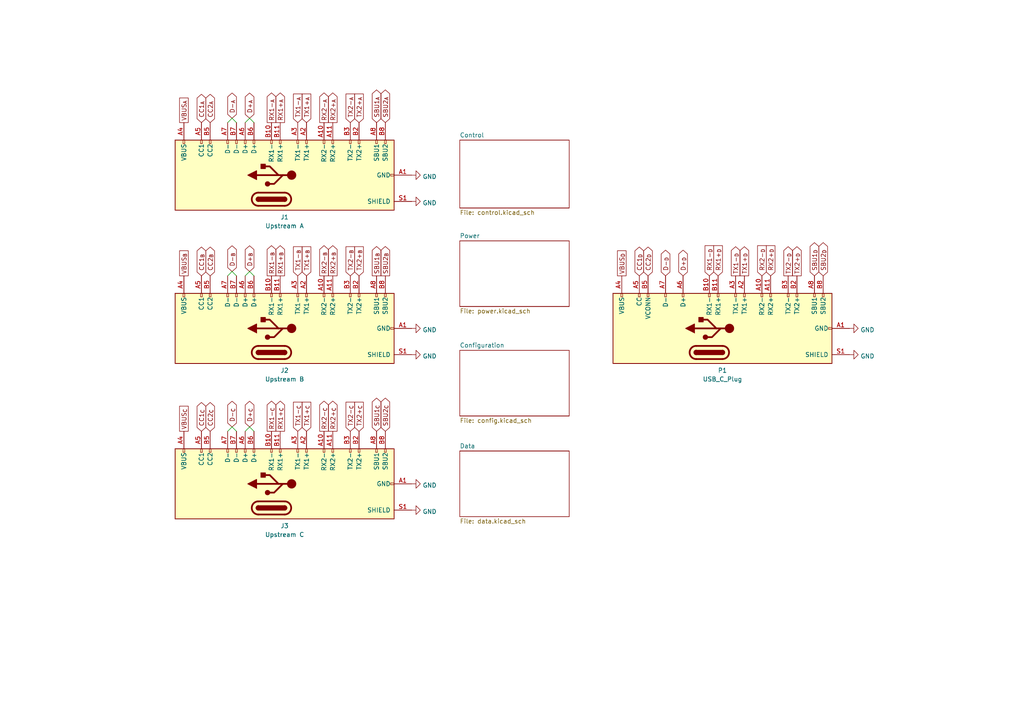
<source format=kicad_sch>
(kicad_sch (version 20211123) (generator eeschema)
  (paper "A4")
  (lib_symbols
    (symbol "Connector:USB_C_Plug" (pin_names (offset 1.016))
      (property "Reference" "P" (at -10.16 29.21 0))
      (property "Value" "USB_C_Plug" (at 10.16 29.21 0))
      (symbol "USB_C_Plug_0_0"
        (rectangle (start -0.254 -35.56) (end 0.254 -34.544))
        (rectangle (start 10.16 -32.766) (end 9.144 -33.274))
        (rectangle (start 10.16 -30.226) (end 9.144 -30.734))
        (rectangle (start 10.16 -25.146) (end 9.144 -25.654))
        (rectangle (start 10.16 -22.606) (end 9.144 -23.114))
        (rectangle (start 10.16 -17.526) (end 9.144 -18.034))
        (rectangle (start 10.16 -14.986) (end 9.144 -15.494))
        (rectangle (start 10.16 -9.906) (end 9.144 -10.414))
        (rectangle (start 10.16 -7.366) (end 9.144 -7.874))
        (rectangle (start 10.16 -2.286) (end 9.144 -2.794))
        (rectangle (start 10.16 0.254) (end 9.144 -0.254))
        (rectangle (start 10.16 7.874) (end 9.144 7.366))
        (rectangle (start 10.16 12.954) (end 9.144 12.446))
        (rectangle (start 10.16 18.034) (end 9.144 17.526))
        (rectangle (start 10.16 20.574) (end 9.144 20.066))
        (rectangle (start 10.16 25.654) (end 9.144 25.146))
      )
      (symbol "USB_C_Plug_0_1"
        (rectangle (start -10.16 27.94) (end 10.16 -35.56) (stroke (width 0.254)) (fill (type background)))
        (arc (start -8.89 -3.81) (mid -6.985 -5.715) (end -5.08 -3.81) (stroke (width 0.508)))
        (arc (start -7.62 -3.81) (mid -6.985 -4.445) (end -6.35 -3.81) (stroke (width 0.254)))
        (arc (start -7.62 -3.81) (mid -6.985 -4.445) (end -6.35 -3.81) (stroke (width 0.254)) (fill (type outline)))
        (rectangle (start -7.62 -3.81) (end -6.35 3.81) (stroke (width 0.254)) (fill (type outline)))
        (arc (start -6.35 3.81) (mid -6.985 4.445) (end -7.62 3.81) (stroke (width 0.254)))
        (arc (start -6.35 3.81) (mid -6.985 4.445) (end -7.62 3.81) (stroke (width 0.254)) (fill (type outline)))
        (arc (start -5.08 3.81) (mid -6.985 5.715) (end -8.89 3.81) (stroke (width 0.508)))
        (polyline (pts (xy -8.89 -3.81) (xy -8.89 3.81)) (stroke (width 0.508)))
        (polyline (pts (xy -5.08 3.81) (xy -5.08 -3.81)) (stroke (width 0.508)))
      )
      (symbol "USB_C_Plug_1_1"
        (circle (center -2.54 1.143) (radius 0.635) (stroke (width 0.254)) (fill (type outline)))
        (circle (center 0 -5.842) (radius 1.27) (fill (type outline)))
        (polyline (pts (xy 0 -5.842) (xy 0 4.318)) (stroke (width 0.508)))
        (polyline (pts (xy 0 -3.302) (xy -2.54 -0.762) (xy -2.54 0.508)) (stroke (width 0.508)))
        (polyline (pts (xy 0 -2.032) (xy 2.54 0.508) (xy 2.54 1.778)) (stroke (width 0.508)))
        (polyline (pts (xy -1.27 4.318) (xy 0 6.858) (xy 1.27 4.318) (xy -1.27 4.318)) (stroke (width 0.254)) (fill (type outline)))
        (rectangle (start 1.905 1.778) (end 3.175 3.048) (stroke (width 0.254)) (fill (type outline)))
        (pin passive line (at 0 -40.64 90) (length 5.08) (name "GND") (number "A1"))
        (pin bidirectional line (at 15.24 -15.24 180) (length 5.08) (name "RX2-") (number "A10"))
        (pin bidirectional line (at 15.24 -17.78 180) (length 5.08) (name "RX2+") (number "A11"))
        (pin passive line (at 0 -40.64 90) (length 5.08) hide (name "GND") (number "A12"))
        (pin bidirectional line (at 15.24 -10.16 180) (length 5.08) (name "TX1+") (number "A2"))
        (pin bidirectional line (at 15.24 -7.62 180) (length 5.08) (name "TX1-") (number "A3"))
        (pin passive line (at 15.24 25.4 180) (length 5.08) (name "VBUS") (number "A4"))
        (pin bidirectional line (at 15.24 20.32 180) (length 5.08) (name "CC") (number "A5"))
        (pin bidirectional line (at 15.24 7.62 180) (length 5.08) (name "D+") (number "A6"))
        (pin bidirectional line (at 15.24 12.7 180) (length 5.08) (name "D-") (number "A7"))
        (pin bidirectional line (at 15.24 -30.48 180) (length 5.08) (name "SBU1") (number "A8"))
        (pin passive line (at 15.24 25.4 180) (length 5.08) hide (name "VBUS") (number "A9"))
        (pin passive line (at 0 -40.64 90) (length 5.08) hide (name "GND") (number "B1"))
        (pin bidirectional line (at 15.24 0 180) (length 5.08) (name "RX1-") (number "B10"))
        (pin bidirectional line (at 15.24 -2.54 180) (length 5.08) (name "RX1+") (number "B11"))
        (pin passive line (at 0 -40.64 90) (length 5.08) hide (name "GND") (number "B12"))
        (pin bidirectional line (at 15.24 -25.4 180) (length 5.08) (name "TX2+") (number "B2"))
        (pin bidirectional line (at 15.24 -22.86 180) (length 5.08) (name "TX2-") (number "B3"))
        (pin passive line (at 15.24 25.4 180) (length 5.08) hide (name "VBUS") (number "B4"))
        (pin bidirectional line (at 15.24 17.78 180) (length 5.08) (name "VCONN") (number "B5"))
        (pin bidirectional line (at 15.24 -33.02 180) (length 5.08) (name "SBU2") (number "B8"))
        (pin passive line (at 15.24 25.4 180) (length 5.08) hide (name "VBUS") (number "B9"))
        (pin passive line (at -7.62 -40.64 90) (length 5.08) (name "SHIELD") (number "S1"))
      )
    )
    (symbol "Connector:USB_C_Receptacle" (pin_names (offset 1.016))
      (property "Reference" "J" (at -10.16 29.21 0))
      (property "Value" "USB_C_Receptacle" (at 10.16 29.21 0))
      (symbol "USB_C_Receptacle_0_0"
        (rectangle (start -0.254 -35.56) (end 0.254 -34.544))
        (rectangle (start 10.16 -32.766) (end 9.144 -33.274))
        (rectangle (start 10.16 -30.226) (end 9.144 -30.734))
        (rectangle (start 10.16 -25.146) (end 9.144 -25.654))
        (rectangle (start 10.16 -22.606) (end 9.144 -23.114))
        (rectangle (start 10.16 -17.526) (end 9.144 -18.034))
        (rectangle (start 10.16 -14.986) (end 9.144 -15.494))
        (rectangle (start 10.16 -9.906) (end 9.144 -10.414))
        (rectangle (start 10.16 -7.366) (end 9.144 -7.874))
        (rectangle (start 10.16 -2.286) (end 9.144 -2.794))
        (rectangle (start 10.16 0.254) (end 9.144 -0.254))
        (rectangle (start 10.16 5.334) (end 9.144 4.826))
        (rectangle (start 10.16 7.874) (end 9.144 7.366))
        (rectangle (start 10.16 10.414) (end 9.144 9.906))
        (rectangle (start 10.16 12.954) (end 9.144 12.446))
        (rectangle (start 10.16 18.034) (end 9.144 17.526))
        (rectangle (start 10.16 20.574) (end 9.144 20.066))
        (rectangle (start 10.16 25.654) (end 9.144 25.146))
      )
      (symbol "USB_C_Receptacle_0_1"
        (rectangle (start -10.16 27.94) (end 10.16 -35.56) (stroke (width 0.254)) (fill (type background)))
        (arc (start -8.89 -3.81) (mid -6.985 -5.715) (end -5.08 -3.81) (stroke (width 0.508)))
        (arc (start -7.62 -3.81) (mid -6.985 -4.445) (end -6.35 -3.81) (stroke (width 0.254)))
        (arc (start -7.62 -3.81) (mid -6.985 -4.445) (end -6.35 -3.81) (stroke (width 0.254)) (fill (type outline)))
        (rectangle (start -7.62 -3.81) (end -6.35 3.81) (stroke (width 0.254)) (fill (type outline)))
        (arc (start -6.35 3.81) (mid -6.985 4.445) (end -7.62 3.81) (stroke (width 0.254)))
        (arc (start -6.35 3.81) (mid -6.985 4.445) (end -7.62 3.81) (stroke (width 0.254)) (fill (type outline)))
        (arc (start -5.08 3.81) (mid -6.985 5.715) (end -8.89 3.81) (stroke (width 0.508)))
        (polyline (pts (xy -8.89 -3.81) (xy -8.89 3.81)) (stroke (width 0.508)))
        (polyline (pts (xy -5.08 3.81) (xy -5.08 -3.81)) (stroke (width 0.508)))
      )
      (symbol "USB_C_Receptacle_1_1"
        (circle (center -2.54 1.143) (radius 0.635) (stroke (width 0.254)) (fill (type outline)))
        (circle (center 0 -5.842) (radius 1.27) (fill (type outline)))
        (polyline (pts (xy 0 -5.842) (xy 0 4.318)) (stroke (width 0.508)))
        (polyline (pts (xy 0 -3.302) (xy -2.54 -0.762) (xy -2.54 0.508)) (stroke (width 0.508)))
        (polyline (pts (xy 0 -2.032) (xy 2.54 0.508) (xy 2.54 1.778)) (stroke (width 0.508)))
        (polyline (pts (xy -1.27 4.318) (xy 0 6.858) (xy 1.27 4.318) (xy -1.27 4.318)) (stroke (width 0.254)) (fill (type outline)))
        (rectangle (start 1.905 1.778) (end 3.175 3.048) (stroke (width 0.254)) (fill (type outline)))
        (pin passive line (at 0 -40.64 90) (length 5.08) (name "GND") (number "A1"))
        (pin bidirectional line (at 15.24 -15.24 180) (length 5.08) (name "RX2-") (number "A10"))
        (pin bidirectional line (at 15.24 -17.78 180) (length 5.08) (name "RX2+") (number "A11"))
        (pin passive line (at 0 -40.64 90) (length 5.08) hide (name "GND") (number "A12"))
        (pin bidirectional line (at 15.24 -10.16 180) (length 5.08) (name "TX1+") (number "A2"))
        (pin bidirectional line (at 15.24 -7.62 180) (length 5.08) (name "TX1-") (number "A3"))
        (pin passive line (at 15.24 25.4 180) (length 5.08) (name "VBUS") (number "A4"))
        (pin bidirectional line (at 15.24 20.32 180) (length 5.08) (name "CC1") (number "A5"))
        (pin bidirectional line (at 15.24 7.62 180) (length 5.08) (name "D+") (number "A6"))
        (pin bidirectional line (at 15.24 12.7 180) (length 5.08) (name "D-") (number "A7"))
        (pin bidirectional line (at 15.24 -30.48 180) (length 5.08) (name "SBU1") (number "A8"))
        (pin passive line (at 15.24 25.4 180) (length 5.08) hide (name "VBUS") (number "A9"))
        (pin passive line (at 0 -40.64 90) (length 5.08) hide (name "GND") (number "B1"))
        (pin bidirectional line (at 15.24 0 180) (length 5.08) (name "RX1-") (number "B10"))
        (pin bidirectional line (at 15.24 -2.54 180) (length 5.08) (name "RX1+") (number "B11"))
        (pin passive line (at 0 -40.64 90) (length 5.08) hide (name "GND") (number "B12"))
        (pin bidirectional line (at 15.24 -25.4 180) (length 5.08) (name "TX2+") (number "B2"))
        (pin bidirectional line (at 15.24 -22.86 180) (length 5.08) (name "TX2-") (number "B3"))
        (pin passive line (at 15.24 25.4 180) (length 5.08) hide (name "VBUS") (number "B4"))
        (pin bidirectional line (at 15.24 17.78 180) (length 5.08) (name "CC2") (number "B5"))
        (pin bidirectional line (at 15.24 5.08 180) (length 5.08) (name "D+") (number "B6"))
        (pin bidirectional line (at 15.24 10.16 180) (length 5.08) (name "D-") (number "B7"))
        (pin bidirectional line (at 15.24 -33.02 180) (length 5.08) (name "SBU2") (number "B8"))
        (pin passive line (at 15.24 25.4 180) (length 5.08) hide (name "VBUS") (number "B9"))
        (pin passive line (at -7.62 -40.64 90) (length 5.08) (name "SHIELD") (number "S1"))
      )
    )
    (symbol "power:GND" (power) (pin_names (offset 0))
      (property "Value" "GND" (at 0 -3.81 0))
      (symbol "GND_0_1"
        (polyline (pts (xy 0 0) (xy 0 -1.27) (xy 1.27 -1.27) (xy 0 -2.54) (xy -1.27 -1.27) (xy 0 -1.27)))
      )
      (symbol "GND_1_1"
        (pin power_in line (at 0 0 270) (length 0) hide (name "GND") (number "1"))
      )
    )
  )
  (wire (pts (xy 71.12 35.56) (xy 72.39 34.29)))
  (wire (pts (xy 67.31 123.825) (xy 68.58 125.095)))
  (wire (pts (xy 67.31 123.825) (xy 66.04 125.095)))
  (wire (pts (xy 72.39 78.74) (xy 71.12 80.01)))
  (wire (pts (xy 72.39 78.74) (xy 73.66 80.01)))
  (wire (pts (xy 68.58 35.56) (xy 67.31 34.29)))
  (wire (pts (xy 67.31 78.74) (xy 66.04 80.01)))
  (wire (pts (xy 72.39 123.825) (xy 73.66 125.095)))
  (wire (pts (xy 67.31 34.29) (xy 66.04 35.56)))
  (wire (pts (xy 72.39 34.29) (xy 73.66 35.56)))
  (wire (pts (xy 67.31 78.74) (xy 68.58 80.01)))
  (wire (pts (xy 72.39 123.825) (xy 71.12 125.095)))
  (global_label "RX1-_{B}" (shape output) (at 78.74 80.01 90) (property "Intersheet References" "${INTERSHEET_REFS}" (effects hide)))
  (global_label "RX2+_{C}" (shape output) (at 96.52 125.095 90) (property "Intersheet References" "${INTERSHEET_REFS}" (effects hide)))
  (global_label "RX1-_{D}" (shape input) (at 205.74 80.01 90) (property "Intersheet References" "${INTERSHEET_REFS}" (effects hide)))
  (global_label "TX1-_{C}" (shape input) (at 86.36 125.095 90) (property "Intersheet References" "${INTERSHEET_REFS}" (effects hide)))
  (global_label "TX1-_{B}" (shape input) (at 86.36 80.01 90) (property "Intersheet References" "${INTERSHEET_REFS}" (effects hide)))
  (global_label "VBUS_{D}" (shape passive) (at 180.34 80.01 90) (property "Intersheet References" "${INTERSHEET_REFS}" (effects hide)))
  (global_label "VBUS_{B}" (shape passive) (at 53.34 80.01 90) (property "Intersheet References" "${INTERSHEET_REFS}" (effects hide)))
  (global_label "CC2_{D}" (shape bidirectional) (at 187.96 80.01 90) (property "Intersheet References" "${INTERSHEET_REFS}" (effects hide)))
  (global_label "RX1-_{C}" (shape output) (at 78.74 125.095 90) (property "Intersheet References" "${INTERSHEET_REFS}" (effects hide)))
  (global_label "SBU1_{D}" (shape bidirectional) (at 236.22 80.01 90) (property "Intersheet References" "${INTERSHEET_REFS}" (effects hide)))
  (global_label "TX2+_{D}" (shape output) (at 231.14 80.01 90) (property "Intersheet References" "${INTERSHEET_REFS}" (effects hide)))
  (global_label "TX1+_{B}" (shape input) (at 88.9 80.01 90) (property "Intersheet References" "${INTERSHEET_REFS}" (effects hide)))
  (global_label "RX1+_{B}" (shape output) (at 81.28 80.01 90) (property "Intersheet References" "${INTERSHEET_REFS}" (effects hide)))
  (global_label "RX1-_{A}" (shape output) (at 78.74 35.56 90) (property "Intersheet References" "${INTERSHEET_REFS}" (effects hide)))
  (global_label "TX2+_{B}" (shape input) (at 104.14 80.01 90) (property "Intersheet References" "${INTERSHEET_REFS}" (effects hide)))
  (global_label "RX2-_{A}" (shape output) (at 93.98 35.56 90) (property "Intersheet References" "${INTERSHEET_REFS}" (effects hide)))
  (global_label "RX1+_{A}" (shape output) (at 81.28 35.56 90) (property "Intersheet References" "${INTERSHEET_REFS}" (effects hide)))
  (global_label "D-_{B}" (shape bidirectional) (at 67.31 78.74 90) (property "Intersheet References" "${INTERSHEET_REFS}" (effects hide)))
  (global_label "CC1_{B}" (shape bidirectional) (at 58.42 80.01 90) (property "Intersheet References" "${INTERSHEET_REFS}" (effects hide)))
  (global_label "SBU2_{D}" (shape bidirectional) (at 238.76 80.01 90) (property "Intersheet References" "${INTERSHEET_REFS}" (effects hide)))
  (global_label "CC1_{A}" (shape bidirectional) (at 58.42 35.56 90) (property "Intersheet References" "${INTERSHEET_REFS}" (effects hide)))
  (global_label "D-_{D}" (shape bidirectional) (at 193.04 80.01 90) (property "Intersheet References" "${INTERSHEET_REFS}" (effects hide)))
  (global_label "TX2-_{C}" (shape input) (at 101.6 125.095 90) (property "Intersheet References" "${INTERSHEET_REFS}" (effects hide)))
  (global_label "RX2+_{D}" (shape input) (at 223.52 80.01 90) (property "Intersheet References" "${INTERSHEET_REFS}" (effects hide)))
  (global_label "CC1_{D}" (shape bidirectional) (at 185.42 80.01 90) (property "Intersheet References" "${INTERSHEET_REFS}" (effects hide)))
  (global_label "TX2-_{A}" (shape input) (at 101.6 35.56 90) (property "Intersheet References" "${INTERSHEET_REFS}" (effects hide)))
  (global_label "SBU2_{C}" (shape bidirectional) (at 111.76 125.095 90) (property "Intersheet References" "${INTERSHEET_REFS}" (effects hide)))
  (global_label "D-_{A}" (shape bidirectional) (at 67.31 34.29 90) (property "Intersheet References" "${INTERSHEET_REFS}" (effects hide)))
  (global_label "RX1+_{C}" (shape output) (at 81.28 125.095 90) (property "Intersheet References" "${INTERSHEET_REFS}" (effects hide)))
  (global_label "D+_{C}" (shape bidirectional) (at 72.39 123.825 90) (property "Intersheet References" "${INTERSHEET_REFS}" (effects hide)))
  (global_label "RX2+_{A}" (shape output) (at 96.52 35.56 90) (property "Intersheet References" "${INTERSHEET_REFS}" (effects hide)))
  (global_label "SBU1_{A}" (shape bidirectional) (at 109.22 35.56 90) (property "Intersheet References" "${INTERSHEET_REFS}" (effects hide)))
  (global_label "SBU1_{B}" (shape output) (at 109.22 80.01 90) (property "Intersheet References" "${INTERSHEET_REFS}" (effects hide)))
  (global_label "RX2-_{D}" (shape input) (at 220.98 80.01 90) (property "Intersheet References" "${INTERSHEET_REFS}" (effects hide)))
  (global_label "TX2-_{B}" (shape input) (at 101.6 80.01 90) (property "Intersheet References" "${INTERSHEET_REFS}" (effects hide)))
  (global_label "SBU2_{A}" (shape bidirectional) (at 111.76 35.56 90) (property "Intersheet References" "${INTERSHEET_REFS}" (effects hide)))
  (global_label "RX2-_{B}" (shape output) (at 93.98 80.01 90) (property "Intersheet References" "${INTERSHEET_REFS}" (effects hide)))
  (global_label "D-_{C}" (shape bidirectional) (at 67.31 123.825 90) (property "Intersheet References" "${INTERSHEET_REFS}" (effects hide)))
  (global_label "TX2+_{A}" (shape input) (at 104.14 35.56 90) (property "Intersheet References" "${INTERSHEET_REFS}" (effects hide)))
  (global_label "D+_{D}" (shape bidirectional) (at 198.12 80.01 90) (property "Intersheet References" "${INTERSHEET_REFS}" (effects hide)))
  (global_label "TX1-_{D}" (shape output) (at 213.36 80.01 90) (property "Intersheet References" "${INTERSHEET_REFS}" (effects hide)))
  (global_label "TX1+_{C}" (shape input) (at 88.9 125.095 90) (property "Intersheet References" "${INTERSHEET_REFS}" (effects hide)))
  (global_label "TX2+_{C}" (shape input) (at 104.14 125.095 90) (property "Intersheet References" "${INTERSHEET_REFS}" (effects hide)))
  (global_label "TX1-_{A}" (shape input) (at 86.36 35.56 90) (property "Intersheet References" "${INTERSHEET_REFS}" (effects hide)))
  (global_label "SBU1_{C}" (shape bidirectional) (at 109.22 125.095 90) (property "Intersheet References" "${INTERSHEET_REFS}" (effects hide)))
  (global_label "RX2-_{C}" (shape output) (at 93.98 125.095 90) (property "Intersheet References" "${INTERSHEET_REFS}" (effects hide)))
  (global_label "TX1+_{A}" (shape input) (at 88.9 35.56 90) (property "Intersheet References" "${INTERSHEET_REFS}" (effects hide)))
  (global_label "CC2_{C}" (shape bidirectional) (at 60.96 125.095 90) (property "Intersheet References" "${INTERSHEET_REFS}" (effects hide)))
  (global_label "CC2_{A}" (shape bidirectional) (at 60.96 35.56 90) (property "Intersheet References" "${INTERSHEET_REFS}" (effects hide)))
  (global_label "RX1+_{D}" (shape input) (at 208.28 80.01 90) (property "Intersheet References" "${INTERSHEET_REFS}" (effects hide)))
  (global_label "CC2_{B}" (shape bidirectional) (at 60.96 80.01 90) (property "Intersheet References" "${INTERSHEET_REFS}" (effects hide)))
  (global_label "VBUS_{A}" (shape passive) (at 53.34 35.56 90) (property "Intersheet References" "${INTERSHEET_REFS}" (effects hide)))
  (global_label "TX2-_{D}" (shape output) (at 228.6 80.01 90) (property "Intersheet References" "${INTERSHEET_REFS}" (effects hide)))
  (global_label "SBU2_{B}" (shape output) (at 111.76 80.01 90) (property "Intersheet References" "${INTERSHEET_REFS}" (effects hide)))
  (global_label "CC1_{C}" (shape bidirectional) (at 58.42 125.095 90) (property "Intersheet References" "${INTERSHEET_REFS}" (effects hide)))
  (global_label "TX1+_{D}" (shape output) (at 215.9 80.01 90) (property "Intersheet References" "${INTERSHEET_REFS}" (effects hide)))
  (global_label "D+_{A}" (shape bidirectional) (at 72.39 34.29 90) (property "Intersheet References" "${INTERSHEET_REFS}" (effects hide)))
  (global_label "VBUS_{C}" (shape passive) (at 53.34 125.095 90) (property "Intersheet References" "${INTERSHEET_REFS}" (effects hide)))
  (global_label "D+_{B}" (shape bidirectional) (at 72.39 78.74 90) (property "Intersheet References" "${INTERSHEET_REFS}" (effects hide)))
  (global_label "RX2+_{B}" (shape output) (at 96.52 80.01 90) (property "Intersheet References" "${INTERSHEET_REFS}" (effects hide)))
  (symbol (lib_id "power:GND") (at 119.38 58.42 90) (unit 1)
    (property "Reference" "#PWR02" (effects hide))
    (property "Value" "GND" (at 122.555 58.8538 90) (effects (justify right)))
  )
  (symbol (lib_id "Connector:USB_C_Receptacle") (at 78.74 95.25 90) (unit 1)
    (property "Reference" "J2" (at 82.55 107.4404 90))
    (property "Value" "Upstream B" (at 82.55 109.9773 90))
    (property "Datasheet" "https://www.usb.org/sites/default/files/documents/usb_type-c.zip" (effects hide))
  )
  (symbol (lib_id "power:GND") (at 246.38 102.87 90) (mirror x) (unit 1)
    (property "Reference" "#PWR08" (effects hide))
    (property "Value" "GND" (at 249.5549 103.3038 90) (effects (justify right)))
  )
  (symbol (lib_id "power:GND") (at 119.38 147.955 90) (unit 1)
    (property "Reference" "#PWR06" (effects hide))
    (property "Value" "GND" (at 122.555 148.3888 90) (effects (justify right)))
  )
  (symbol (lib_id "Connector:USB_C_Plug") (at 205.74 95.25 90) (unit 1)
    (property "Reference" "P1" (at 209.55 107.4404 90))
    (property "Value" "USB_C_Plug" (at 209.55 109.9773 90))
    (property "Datasheet" "https://www.usb.org/sites/default/files/documents/usb_type-c.zip" (effects hide))
  )
  (symbol (lib_id "power:GND") (at 119.38 50.8 90) (unit 1)
    (property "Reference" "#PWR01" (effects hide))
    (property "Value" "GND" (at 122.555 51.2338 90) (effects (justify right)))
  )
  (symbol (lib_id "Connector:USB_C_Receptacle") (at 78.74 140.335 90) (unit 1)
    (property "Reference" "J3" (at 82.55 152.5254 90))
    (property "Value" "Upstream C" (at 82.55 155.0623 90))
    (property "Datasheet" "https://www.usb.org/sites/default/files/documents/usb_type-c.zip" (effects hide))
  )
  (symbol (lib_id "power:GND") (at 119.38 95.25 90) (unit 1)
    (property "Reference" "#PWR03" (effects hide))
    (property "Value" "GND" (at 122.555 95.6838 90) (effects (justify right)))
  )
  (symbol (lib_id "power:GND") (at 119.38 102.87 90) (unit 1)
    (property "Reference" "#PWR04" (effects hide))
    (property "Value" "GND" (at 122.555 103.3038 90) (effects (justify right)))
  )
  (symbol (lib_id "power:GND") (at 246.38 95.25 90) (mirror x) (unit 1)
    (property "Reference" "#PWR07" (effects hide))
    (property "Value" "GND" (at 249.5549 95.6838 90) (effects (justify right)))
  )
  (symbol (lib_id "power:GND") (at 119.38 140.335 90) (unit 1)
    (property "Reference" "#PWR05" (effects hide))
    (property "Value" "GND" (at 122.555 140.7688 90) (effects (justify right)))
  )
  (symbol (lib_id "Connector:USB_C_Receptacle") (at 78.74 50.8 90) (unit 1)
    (property "Reference" "J1" (at 82.55 62.9904 90))
    (property "Value" "Upstream A" (at 82.55 65.5273 90))
    (property "Datasheet" "https://www.usb.org/sites/default/files/documents/usb_type-c.zip" (effects hide))
  )
  (sheet (at 133.35 101.6) (size 31.75 19.05) (stroke (width 0.1524))
    (property "Sheet name" "Configuration" (at 133.35 100.8884 0) (effects (justify left bottom)))
    (property "Sheet file" "config.kicad_sch" (at 133.35 121.2346 0) (effects (justify left top)))
  )
  (sheet (at 133.35 40.64) (size 31.75 19.685) (stroke (width 0.1524))
    (property "Sheet name" "Control" (at 133.35 39.9284 0) (effects (justify left bottom)))
    (property "Sheet file" "control.kicad_sch" (at 133.35 60.9096 0) (effects (justify left top)))
  )
  (sheet (at 133.35 130.81) (size 31.75 19.05) (stroke (width 0.1524))
    (property "Sheet name" "Data" (at 133.35 130.0984 0) (effects (justify left bottom)))
    (property "Sheet file" "data.kicad_sch" (at 133.35 150.4446 0) (effects (justify left top)))
  )
  (sheet (at 133.35 69.85) (size 31.75 19.05) (stroke (width 0.1524))
    (property "Sheet name" "Power" (at 133.35 69.1384 0) (effects (justify left bottom)))
    (property "Sheet file" "power.kicad_sch" (at 133.35 89.4846 0) (effects (justify left top)))
  )
)
</source>
